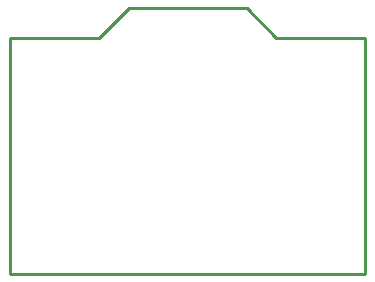
<source format=gko>
G04 Layer_Color=16711935*
%FSLAX43Y43*%
%MOMM*%
G71*
G01*
G75*
%ADD25C,0.254*%
D25*
X30000Y0D02*
Y20000D01*
X0Y0D02*
X30000D01*
X0Y20000D02*
X7500D01*
X10000Y22500D01*
X20000D01*
X22500Y20000D01*
X30000D01*
X0Y0D02*
Y20000D01*
M02*

</source>
